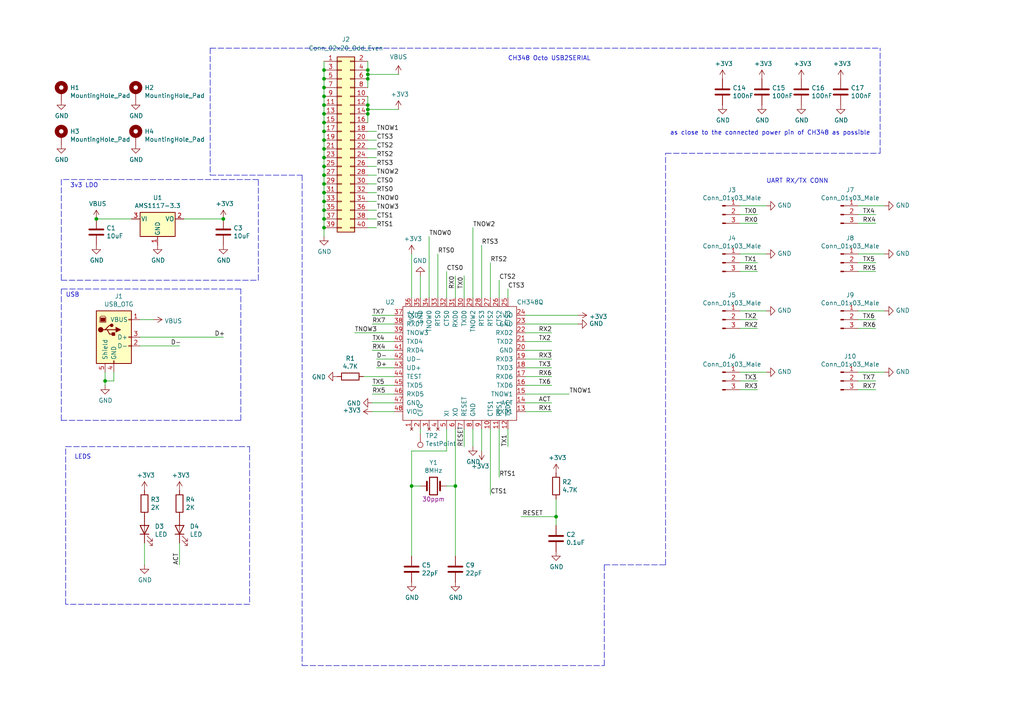
<source format=kicad_sch>
(kicad_sch (version 20211123) (generator eeschema)
  (paper "A4")
  (title_block (title "OctoSerial") (rev "1.1") (company "https://github.com/superna9999/octoserial") (comment 1 "Octo USB2SERIAL on TinyCI Form Factor"))
  (lib_symbols
    (symbol "Connector:Conn_01x03_Male" (pin_names (offset 1.016) hide)
      (property "Reference" "J" (at 0 5.08 0))
      (property "Value" "Conn_01x03_Male" (at 0 -5.08 0))
      (symbol "Conn_01x03_Male_1_1"
        (polyline (pts (xy 1.27 -2.54) (xy 0.8636 -2.54)) (stroke (width 0.1524)))
        (polyline (pts (xy 1.27 0) (xy 0.8636 0)) (stroke (width 0.1524)))
        (polyline (pts (xy 1.27 2.54) (xy 0.8636 2.54)) (stroke (width 0.1524)))
        (rectangle (start 0.8636 -2.413) (end 0 -2.667) (stroke (width 0.1524)) (fill (type outline)))
        (rectangle (start 0.8636 0.127) (end 0 -0.127) (stroke (width 0.1524)) (fill (type outline)))
        (rectangle (start 0.8636 2.667) (end 0 2.413) (stroke (width 0.1524)) (fill (type outline)))
        (pin passive line (at 5.08 2.54 180) (length 3.81) (name "Pin_1") (number "1"))
        (pin passive line (at 5.08 0 180) (length 3.81) (name "Pin_2") (number "2"))
        (pin passive line (at 5.08 -2.54 180) (length 3.81) (name "Pin_3") (number "3"))
      )
    )
    (symbol "Connector:TestPoint" (pin_numbers hide) (pin_names (offset 0.762) hide)
      (property "Reference" "TP" (at 0 6.858 0))
      (property "Value" "TestPoint" (at 0 5.08 0))
      (symbol "TestPoint_0_1"
        (circle (center 0 3.302) (radius 0.762))
      )
      (symbol "TestPoint_1_1"
        (pin passive line (at 0 0 90) (length 2.54) (name "1") (number "1"))
      )
    )
    (symbol "Connector:USB_B" (pin_names (offset 1.016))
      (property "Reference" "J" (at -5.08 11.43 0))
      (property "Value" "USB_B" (at -5.08 8.89 0))
      (symbol "USB_B_0_1"
        (rectangle (start -5.08 -7.62) (end 5.08 7.62) (stroke (width 0.254)) (fill (type background)))
        (circle (center -3.81 2.159) (radius 0.635) (stroke (width 0.254)) (fill (type outline)))
        (rectangle (start -3.81 5.588) (end -2.54 4.572) (fill (type outline)))
        (circle (center -0.635 3.429) (radius 0.381) (stroke (width 0.254)) (fill (type outline)))
        (rectangle (start -0.127 -7.62) (end 0.127 -6.858))
        (polyline (pts (xy -1.905 2.159) (xy 0.635 2.159)) (stroke (width 0.254)))
        (polyline (pts (xy -3.175 2.159) (xy -2.54 2.159) (xy -1.27 3.429) (xy -0.635 3.429)) (stroke (width 0.254)))
        (polyline (pts (xy -2.54 2.159) (xy -1.905 2.159) (xy -1.27 0.889) (xy 0 0.889)) (stroke (width 0.254)))
        (polyline (pts (xy 0.635 2.794) (xy 0.635 1.524) (xy 1.905 2.159) (xy 0.635 2.794)) (stroke (width 0.254)) (fill (type outline)))
        (polyline (pts (xy -4.064 4.318) (xy -2.286 4.318) (xy -2.286 5.715) (xy -2.667 6.096) (xy -3.683 6.096) (xy -4.064 5.715) (xy -4.064 4.318)))
        (rectangle (start 0.254 1.27) (end -0.508 0.508) (stroke (width 0.254)) (fill (type outline)))
        (rectangle (start 5.08 -2.667) (end 4.318 -2.413))
        (rectangle (start 5.08 -0.127) (end 4.318 0.127))
        (rectangle (start 5.08 4.953) (end 4.318 5.207))
      )
      (symbol "USB_B_1_1"
        (pin power_out line (at 7.62 5.08 180) (length 2.54) (name "VBUS") (number "1"))
        (pin bidirectional line (at 7.62 -2.54 180) (length 2.54) (name "D-") (number "2"))
        (pin bidirectional line (at 7.62 0 180) (length 2.54) (name "D+") (number "3"))
        (pin power_out line (at 0 -10.16 90) (length 2.54) (name "GND") (number "4"))
        (pin passive line (at -2.54 -10.16 90) (length 2.54) (name "Shield") (number "5"))
      )
    )
    (symbol "Connector_Generic:Conn_02x20_Odd_Even" (pin_names (offset 1.016) hide)
      (property "Reference" "J" (at 1.27 25.4 0))
      (property "Value" "Conn_02x20_Odd_Even" (at 1.27 -27.94 0))
      (symbol "Conn_02x20_Odd_Even_1_1"
        (rectangle (start -1.27 -25.273) (end 0 -25.527) (stroke (width 0.1524)))
        (rectangle (start -1.27 -22.733) (end 0 -22.987) (stroke (width 0.1524)))
        (rectangle (start -1.27 -20.193) (end 0 -20.447) (stroke (width 0.1524)))
        (rectangle (start -1.27 -17.653) (end 0 -17.907) (stroke (width 0.1524)))
        (rectangle (start -1.27 -15.113) (end 0 -15.367) (stroke (width 0.1524)))
        (rectangle (start -1.27 -12.573) (end 0 -12.827) (stroke (width 0.1524)))
        (rectangle (start -1.27 -10.033) (end 0 -10.287) (stroke (width 0.1524)))
        (rectangle (start -1.27 -7.493) (end 0 -7.747) (stroke (width 0.1524)))
        (rectangle (start -1.27 -4.953) (end 0 -5.207) (stroke (width 0.1524)))
        (rectangle (start -1.27 -2.413) (end 0 -2.667) (stroke (width 0.1524)))
        (rectangle (start -1.27 0.127) (end 0 -0.127) (stroke (width 0.1524)))
        (rectangle (start -1.27 2.667) (end 0 2.413) (stroke (width 0.1524)))
        (rectangle (start -1.27 5.207) (end 0 4.953) (stroke (width 0.1524)))
        (rectangle (start -1.27 7.747) (end 0 7.493) (stroke (width 0.1524)))
        (rectangle (start -1.27 10.287) (end 0 10.033) (stroke (width 0.1524)))
        (rectangle (start -1.27 12.827) (end 0 12.573) (stroke (width 0.1524)))
        (rectangle (start -1.27 15.367) (end 0 15.113) (stroke (width 0.1524)))
        (rectangle (start -1.27 17.907) (end 0 17.653) (stroke (width 0.1524)))
        (rectangle (start -1.27 20.447) (end 0 20.193) (stroke (width 0.1524)))
        (rectangle (start -1.27 22.987) (end 0 22.733) (stroke (width 0.1524)))
        (rectangle (start -1.27 24.13) (end 3.81 -26.67) (stroke (width 0.254)) (fill (type background)))
        (rectangle (start 3.81 -25.273) (end 2.54 -25.527) (stroke (width 0.1524)))
        (rectangle (start 3.81 -22.733) (end 2.54 -22.987) (stroke (width 0.1524)))
        (rectangle (start 3.81 -20.193) (end 2.54 -20.447) (stroke (width 0.1524)))
        (rectangle (start 3.81 -17.653) (end 2.54 -17.907) (stroke (width 0.1524)))
        (rectangle (start 3.81 -15.113) (end 2.54 -15.367) (stroke (width 0.1524)))
        (rectangle (start 3.81 -12.573) (end 2.54 -12.827) (stroke (width 0.1524)))
        (rectangle (start 3.81 -10.033) (end 2.54 -10.287) (stroke (width 0.1524)))
        (rectangle (start 3.81 -7.493) (end 2.54 -7.747) (stroke (width 0.1524)))
        (rectangle (start 3.81 -4.953) (end 2.54 -5.207) (stroke (width 0.1524)))
        (rectangle (start 3.81 -2.413) (end 2.54 -2.667) (stroke (width 0.1524)))
        (rectangle (start 3.81 0.127) (end 2.54 -0.127) (stroke (width 0.1524)))
        (rectangle (start 3.81 2.667) (end 2.54 2.413) (stroke (width 0.1524)))
        (rectangle (start 3.81 5.207) (end 2.54 4.953) (stroke (width 0.1524)))
        (rectangle (start 3.81 7.747) (end 2.54 7.493) (stroke (width 0.1524)))
        (rectangle (start 3.81 10.287) (end 2.54 10.033) (stroke (width 0.1524)))
        (rectangle (start 3.81 12.827) (end 2.54 12.573) (stroke (width 0.1524)))
        (rectangle (start 3.81 15.367) (end 2.54 15.113) (stroke (width 0.1524)))
        (rectangle (start 3.81 17.907) (end 2.54 17.653) (stroke (width 0.1524)))
        (rectangle (start 3.81 20.447) (end 2.54 20.193) (stroke (width 0.1524)))
        (rectangle (start 3.81 22.987) (end 2.54 22.733) (stroke (width 0.1524)))
        (pin passive line (at -5.08 22.86 0) (length 3.81) (name "Pin_1") (number "1"))
        (pin passive line (at 7.62 12.7 180) (length 3.81) (name "Pin_10") (number "10"))
        (pin passive line (at -5.08 10.16 0) (length 3.81) (name "Pin_11") (number "11"))
        (pin passive line (at 7.62 10.16 180) (length 3.81) (name "Pin_12") (number "12"))
        (pin passive line (at -5.08 7.62 0) (length 3.81) (name "Pin_13") (number "13"))
        (pin passive line (at 7.62 7.62 180) (length 3.81) (name "Pin_14") (number "14"))
        (pin passive line (at -5.08 5.08 0) (length 3.81) (name "Pin_15") (number "15"))
        (pin passive line (at 7.62 5.08 180) (length 3.81) (name "Pin_16") (number "16"))
        (pin passive line (at -5.08 2.54 0) (length 3.81) (name "Pin_17") (number "17"))
        (pin passive line (at 7.62 2.54 180) (length 3.81) (name "Pin_18") (number "18"))
        (pin passive line (at -5.08 0 0) (length 3.81) (name "Pin_19") (number "19"))
        (pin passive line (at 7.62 22.86 180) (length 3.81) (name "Pin_2") (number "2"))
        (pin passive line (at 7.62 0 180) (length 3.81) (name "Pin_20") (number "20"))
        (pin passive line (at -5.08 -2.54 0) (length 3.81) (name "Pin_21") (number "21"))
        (pin passive line (at 7.62 -2.54 180) (length 3.81) (name "Pin_22") (number "22"))
        (pin passive line (at -5.08 -5.08 0) (length 3.81) (name "Pin_23") (number "23"))
        (pin passive line (at 7.62 -5.08 180) (length 3.81) (name "Pin_24") (number "24"))
        (pin passive line (at -5.08 -7.62 0) (length 3.81) (name "Pin_25") (number "25"))
        (pin passive line (at 7.62 -7.62 180) (length 3.81) (name "Pin_26") (number "26"))
        (pin passive line (at -5.08 -10.16 0) (length 3.81) (name "Pin_27") (number "27"))
        (pin passive line (at 7.62 -10.16 180) (length 3.81) (name "Pin_28") (number "28"))
        (pin passive line (at -5.08 -12.7 0) (length 3.81) (name "Pin_29") (number "29"))
        (pin passive line (at -5.08 20.32 0) (length 3.81) (name "Pin_3") (number "3"))
        (pin passive line (at 7.62 -12.7 180) (length 3.81) (name "Pin_30") (number "30"))
        (pin passive line (at -5.08 -15.24 0) (length 3.81) (name "Pin_31") (number "31"))
        (pin passive line (at 7.62 -15.24 180) (length 3.81) (name "Pin_32") (number "32"))
        (pin passive line (at -5.08 -17.78 0) (length 3.81) (name "Pin_33") (number "33"))
        (pin passive line (at 7.62 -17.78 180) (length 3.81) (name "Pin_34") (number "34"))
        (pin passive line (at -5.08 -20.32 0) (length 3.81) (name "Pin_35") (number "35"))
        (pin passive line (at 7.62 -20.32 180) (length 3.81) (name "Pin_36") (number "36"))
        (pin passive line (at -5.08 -22.86 0) (length 3.81) (name "Pin_37") (number "37"))
        (pin passive line (at 7.62 -22.86 180) (length 3.81) (name "Pin_38") (number "38"))
        (pin passive line (at -5.08 -25.4 0) (length 3.81) (name "Pin_39") (number "39"))
        (pin passive line (at 7.62 20.32 180) (length 3.81) (name "Pin_4") (number "4"))
        (pin passive line (at 7.62 -25.4 180) (length 3.81) (name "Pin_40") (number "40"))
        (pin passive line (at -5.08 17.78 0) (length 3.81) (name "Pin_5") (number "5"))
        (pin passive line (at 7.62 17.78 180) (length 3.81) (name "Pin_6") (number "6"))
        (pin passive line (at -5.08 15.24 0) (length 3.81) (name "Pin_7") (number "7"))
        (pin passive line (at 7.62 15.24 180) (length 3.81) (name "Pin_8") (number "8"))
        (pin passive line (at -5.08 12.7 0) (length 3.81) (name "Pin_9") (number "9"))
      )
    )
    (symbol "Device:C" (pin_numbers hide) (pin_names (offset 0.254))
      (property "Reference" "C" (at 0.635 2.54 0))
      (property "Value" "C" (at 0.635 -2.54 0))
      (symbol "C_0_1"
        (polyline (pts (xy -2.032 -0.762) (xy 2.032 -0.762)) (stroke (width 0.508)))
        (polyline (pts (xy -2.032 0.762) (xy 2.032 0.762)) (stroke (width 0.508)))
      )
      (symbol "C_1_1"
        (pin passive line (at 0 3.81 270) (length 2.794) (name "~") (number "1"))
        (pin passive line (at 0 -3.81 90) (length 2.794) (name "~") (number "2"))
      )
    )
    (symbol "Device:Crystal" (pin_numbers hide) (pin_names (offset 1.016) hide)
      (property "Reference" "Y" (at 0 3.81 0))
      (property "Value" "Crystal" (at 0 -3.81 0))
      (symbol "Crystal_0_1"
        (rectangle (start -1.143 2.54) (end 1.143 -2.54) (stroke (width 0.3048)))
        (polyline (pts (xy -2.54 0) (xy -1.905 0)))
        (polyline (pts (xy -1.905 -1.27) (xy -1.905 1.27)) (stroke (width 0.508)))
        (polyline (pts (xy 1.905 -1.27) (xy 1.905 1.27)) (stroke (width 0.508)))
        (polyline (pts (xy 2.54 0) (xy 1.905 0)))
      )
      (symbol "Crystal_1_1"
        (pin passive line (at -3.81 0 0) (length 1.27) (name "1") (number "1"))
        (pin passive line (at 3.81 0 180) (length 1.27) (name "2") (number "2"))
      )
    )
    (symbol "Device:LED" (pin_numbers hide) (pin_names (offset 1.016) hide)
      (property "Reference" "D" (at 0 2.54 0))
      (property "Value" "LED" (at 0 -2.54 0))
      (symbol "LED_0_1"
        (polyline (pts (xy -1.27 -1.27) (xy -1.27 1.27)) (stroke (width 0.254)))
        (polyline (pts (xy -1.27 0) (xy 1.27 0)))
        (polyline (pts (xy 1.27 -1.27) (xy 1.27 1.27) (xy -1.27 0) (xy 1.27 -1.27)) (stroke (width 0.254)))
        (polyline (pts (xy -3.048 -0.762) (xy -4.572 -2.286) (xy -3.81 -2.286) (xy -4.572 -2.286) (xy -4.572 -1.524)))
        (polyline (pts (xy -1.778 -0.762) (xy -3.302 -2.286) (xy -2.54 -2.286) (xy -3.302 -2.286) (xy -3.302 -1.524)))
      )
      (symbol "LED_1_1"
        (pin passive line (at -3.81 0 0) (length 2.54) (name "K") (number "1"))
        (pin passive line (at 3.81 0 180) (length 2.54) (name "A") (number "2"))
      )
    )
    (symbol "Device:R" (pin_numbers hide) (pin_names (offset 0))
      (property "Reference" "R" (at 2.032 0 90))
      (property "Value" "R" (at 0 0 90))
      (symbol "R_0_1"
        (rectangle (start -1.016 -2.54) (end 1.016 2.54) (stroke (width 0.254)))
      )
      (symbol "R_1_1"
        (pin passive line (at 0 3.81 270) (length 1.27) (name "~") (number "1"))
        (pin passive line (at 0 -3.81 90) (length 1.27) (name "~") (number "2"))
      )
    )
    (symbol "Interface_USB:CH348Q" (pin_names (offset 1.016))
      (property "Reference" "U" (at -20.32 17.78 0))
      (property "Value" "CH348Q" (at 0 0 0))
      (symbol "CH348Q_0_0"
        (pin no_connect line (at -13.97 -19.05 90) (length 2.54) (name "~") (number "1"))
        (pin input line (at 8.89 -19.05 90) (length 2.54) (name "CTS1") (number "10"))
        (pin output line (at 11.43 -19.05 90) (length 2.54) (name "RTS1") (number "11"))
        (pin output line (at 13.97 -19.05 90) (length 2.54) (name "TXD1") (number "12"))
        (pin bidirectional line (at 19.05 -13.97 180) (length 2.54) (name "RXD1") (number "13"))
        (pin output line (at 19.05 -11.43 180) (length 2.54) (name "ACT") (number "14"))
        (pin output line (at 19.05 -8.89 180) (length 2.54) (name "TNOW1") (number "15"))
        (pin output line (at 19.05 -6.35 180) (length 2.54) (name "TXD6") (number "16"))
        (pin input line (at 19.05 -3.81 180) (length 2.54) (name "RXD6") (number "17"))
        (pin output line (at 19.05 -1.27 180) (length 2.54) (name "TXD3") (number "18"))
        (pin input line (at 19.05 1.27 180) (length 2.54) (name "RXD3") (number "19"))
        (pin input line (at -11.43 -19.05 90) (length 2.54) (name "CFG") (number "2"))
        (pin power_in line (at 19.05 3.81 180) (length 2.54) (name "GND") (number "20"))
        (pin output line (at 19.05 6.35 180) (length 2.54) (name "TXD2") (number "21"))
        (pin input line (at 19.05 8.89 180) (length 2.54) (name "RXD2") (number "22"))
        (pin power_in line (at 19.05 11.43 180) (length 2.54) (name "GND") (number "23"))
        (pin power_in line (at 19.05 13.97 180) (length 2.54) (name "VIO") (number "24"))
        (pin input line (at 13.97 19.05 270) (length 2.54) (name "CTS3") (number "25"))
        (pin input line (at 11.43 19.05 270) (length 2.54) (name "CTS2") (number "26"))
        (pin output line (at 8.89 19.05 270) (length 2.54) (name "RTS2") (number "27"))
        (pin output line (at 6.35 19.05 270) (length 2.54) (name "RTS3") (number "28"))
        (pin output line (at 3.81 19.05 270) (length 2.54) (name "TNOW2") (number "29"))
        (pin no_connect line (at -8.89 -19.05 90) (length 2.54) (name "~") (number "3"))
        (pin output line (at 1.27 19.05 270) (length 2.54) (name "TXD0") (number "30"))
        (pin input line (at -1.27 19.05 270) (length 2.54) (name "RXD0") (number "31"))
        (pin input line (at -3.81 19.05 270) (length 2.54) (name "CTS0") (number "32"))
        (pin output line (at -6.35 19.05 270) (length 2.54) (name "RTS0") (number "33"))
        (pin output line (at -8.89 19.05 270) (length 2.54) (name "TNOW0") (number "34"))
        (pin power_in line (at -11.43 19.05 270) (length 2.54) (name "GND") (number "35"))
        (pin power_in line (at -13.97 19.05 270) (length 2.54) (name "VCC") (number "36"))
        (pin output line (at -19.05 13.97 0) (length 2.54) (name "TXD7") (number "37"))
        (pin input line (at -19.05 11.43 0) (length 2.54) (name "RXD7") (number "38"))
        (pin output line (at -19.05 8.89 0) (length 2.54) (name "TNOW3") (number "39"))
        (pin no_connect line (at -6.35 -19.05 90) (length 2.54) (name "~") (number "4"))
        (pin output line (at -19.05 6.35 0) (length 2.54) (name "TXD4") (number "40"))
        (pin input line (at -19.05 3.81 0) (length 2.54) (name "RXD4") (number "41"))
        (pin bidirectional line (at -19.05 1.27 0) (length 2.54) (name "UD-") (number "42"))
        (pin bidirectional line (at -19.05 -1.27 0) (length 2.54) (name "UD+") (number "43"))
        (pin input line (at -19.05 -3.81 0) (length 2.54) (name "TEST") (number "44"))
        (pin output line (at -19.05 -6.35 0) (length 2.54) (name "TXD5") (number "45"))
        (pin input line (at -19.05 -8.89 0) (length 2.54) (name "RXD5") (number "46"))
        (pin power_in line (at -19.05 -11.43 0) (length 2.54) (name "GND") (number "47"))
        (pin power_in line (at -19.05 -13.97 0) (length 2.54) (name "VIO") (number "48"))
        (pin input line (at -3.81 -19.05 90) (length 2.54) (name "XI") (number "5"))
        (pin output line (at -1.27 -19.05 90) (length 2.54) (name "XO") (number "6"))
        (pin input line (at 1.27 -19.05 90) (length 2.54) (name "RESET") (number "7"))
        (pin power_in line (at 3.81 -19.05 90) (length 2.54) (name "GND") (number "8"))
        (pin power_in line (at 6.35 -19.05 90) (length 2.54) (name "~") (number "9"))
      )
      (symbol "CH348Q_0_1"
        (rectangle (start 16.51 -16.51) (end -16.51 16.51))
      )
    )
    (symbol "Mechanical:MountingHole_Pad" (pin_numbers hide) (pin_names (offset 1.016) hide)
      (property "Reference" "H" (at 0 6.35 0))
      (property "Value" "MountingHole_Pad" (at 0 4.445 0))
      (symbol "MountingHole_Pad_0_1"
        (circle (center 0 1.27) (radius 1.27) (stroke (width 1.27)))
      )
      (symbol "MountingHole_Pad_1_1"
        (pin input line (at 0 -2.54 90) (length 2.54) (name "1") (number "1"))
      )
    )
    (symbol "Regulator_Linear:AMS1117-3.3" (pin_names (offset 0.254))
      (property "Reference" "U" (at -3.81 3.175 0))
      (property "Value" "AMS1117-3.3" (at 0 3.175 0))
      (symbol "AMS1117-3.3_0_1"
        (rectangle (start -5.08 -5.08) (end 5.08 1.905) (stroke (width 0.254)) (fill (type background)))
      )
      (symbol "AMS1117-3.3_1_1"
        (pin power_in line (at 0 -7.62 90) (length 2.54) (name "GND") (number "1"))
        (pin power_out line (at 7.62 0 180) (length 2.54) (name "VO") (number "2"))
        (pin power_in line (at -7.62 0 0) (length 2.54) (name "VI") (number "3"))
      )
    )
    (symbol "power:+3.3V" (power) (pin_names (offset 0))
      (property "Value" "+3.3V" (at 0 3.556 0))
      (symbol "+3.3V_0_1"
        (polyline (pts (xy -0.762 1.27) (xy 0 2.54)))
        (polyline (pts (xy 0 0) (xy 0 2.54)))
        (polyline (pts (xy 0 2.54) (xy 0.762 1.27)))
      )
      (symbol "+3.3V_1_1"
        (pin power_in line (at 0 0 90) (length 0) hide (name "+3V3") (number "1"))
      )
    )
    (symbol "power:GND" (power) (pin_names (offset 0))
      (property "Value" "GND" (at 0 -3.81 0))
      (symbol "GND_0_1"
        (polyline (pts (xy 0 0) (xy 0 -1.27) (xy 1.27 -1.27) (xy 0 -2.54) (xy -1.27 -1.27) (xy 0 -1.27)))
      )
      (symbol "GND_1_1"
        (pin power_in line (at 0 0 270) (length 0) hide (name "GND") (number "1"))
      )
    )
    (symbol "power:VBUS" (power) (pin_names (offset 0))
      (property "Value" "VBUS" (at 0 3.81 0))
      (symbol "VBUS_0_1"
        (polyline (pts (xy -0.762 1.27) (xy 0 2.54)))
        (polyline (pts (xy 0 0) (xy 0 2.54)))
        (polyline (pts (xy 0 2.54) (xy 0.762 1.27)))
      )
      (symbol "VBUS_1_1"
        (pin power_in line (at 0 0 90) (length 0) hide (name "VBUS") (number "1"))
      )
    )
  )
  (junction (at 64.77 63.5))
  (junction (at 93.98 63.5))
  (junction (at 93.98 55.88))
  (junction (at 106.68 21.59))
  (junction (at 93.98 38.1))
  (junction (at 93.98 53.34))
  (junction (at 93.98 48.26))
  (junction (at 93.98 50.8))
  (junction (at 93.98 30.48))
  (junction (at 106.68 30.48))
  (junction (at 93.98 40.64))
  (junction (at 106.68 22.86))
  (junction (at 93.98 35.56))
  (junction (at 27.94 63.5))
  (junction (at 132.08 140.97))
  (junction (at 119.38 140.97))
  (junction (at 93.98 66.04))
  (junction (at 93.98 33.02))
  (junction (at 106.68 20.32))
  (junction (at 161.29 149.86))
  (junction (at 30.48 110.49))
  (junction (at 93.98 43.18))
  (junction (at 93.98 20.32))
  (junction (at 93.98 60.96))
  (junction (at 106.68 31.75))
  (junction (at 106.68 33.02))
  (junction (at 93.98 25.4))
  (junction (at 93.98 58.42))
  (junction (at 93.98 45.72))
  (junction (at 93.98 27.94))
  (junction (at 93.98 22.86))
  (wire (pts (xy 106.68 40.64) (xy 109.22 40.64)))
  (wire (pts (xy 214.63 107.95) (xy 222.25 107.95)))
  (wire (pts (xy 214.63 62.23) (xy 219.71 62.23)))
  (wire (pts (xy 114.3 101.6) (xy 107.95 101.6)))
  (wire (pts (xy 106.68 63.5) (xy 109.22 63.5)))
  (polyline (pts (xy 87.63 50.8) (xy 87.63 193.04)))
  (wire (pts (xy 152.4 109.22) (xy 160.02 109.22)))
  (wire (pts (xy 132.08 86.36) (xy 132.08 80.01)))
  (wire (pts (xy 93.98 55.88) (xy 93.98 58.42)))
  (wire (pts (xy 27.94 63.5) (xy 38.1 63.5)))
  (wire (pts (xy 114.3 91.44) (xy 107.95 91.44)))
  (polyline (pts (xy 193.04 44.45) (xy 255.27 44.45)))
  (wire (pts (xy 93.98 53.34) (xy 93.98 55.88)))
  (polyline (pts (xy 255.27 44.45) (xy 255.27 13.97)))
  (wire (pts (xy 106.68 53.34) (xy 109.22 53.34)))
  (wire (pts (xy 121.92 125.73) (xy 121.92 124.46)))
  (wire (pts (xy 93.98 50.8) (xy 93.98 53.34)))
  (wire (pts (xy 129.54 78.74) (xy 129.54 86.36)))
  (wire (pts (xy 106.68 60.96) (xy 109.22 60.96)))
  (wire (pts (xy 119.38 86.36) (xy 119.38 73.66)))
  (wire (pts (xy 114.3 93.98) (xy 107.95 93.98)))
  (wire (pts (xy 161.29 144.78) (xy 161.29 149.86)))
  (wire (pts (xy 214.63 73.66) (xy 222.25 73.66)))
  (wire (pts (xy 121.92 86.36) (xy 121.92 80.01)))
  (wire (pts (xy 139.7 124.46) (xy 139.7 130.81)))
  (wire (pts (xy 106.68 31.75) (xy 115.57 31.75)))
  (polyline (pts (xy 19.05 129.54) (xy 72.39 129.54)))
  (polyline (pts (xy 193.04 163.83) (xy 193.04 44.45)))
  (wire (pts (xy 152.4 93.98) (xy 167.64 93.98)))
  (polyline (pts (xy 74.93 52.07) (xy 17.78 52.07)))
  (wire (pts (xy 248.92 64.77) (xy 254 64.77)))
  (wire (pts (xy 214.63 92.71) (xy 219.71 92.71)))
  (wire (pts (xy 134.62 124.46) (xy 134.62 129.54)))
  (wire (pts (xy 93.98 45.72) (xy 93.98 48.26)))
  (wire (pts (xy 93.98 60.96) (xy 93.98 63.5)))
  (wire (pts (xy 134.62 86.36) (xy 134.62 80.01)))
  (wire (pts (xy 214.63 59.69) (xy 222.25 59.69)))
  (wire (pts (xy 41.91 157.48) (xy 41.91 163.83)))
  (wire (pts (xy 248.92 78.74) (xy 254 78.74)))
  (polyline (pts (xy 19.05 175.26) (xy 19.05 129.54)))
  (wire (pts (xy 144.78 81.28) (xy 144.78 86.36)))
  (wire (pts (xy 132.08 140.97) (xy 129.54 140.97)))
  (wire (pts (xy 248.92 90.17) (xy 256.54 90.17)))
  (wire (pts (xy 119.38 140.97) (xy 119.38 161.29)))
  (wire (pts (xy 214.63 64.77) (xy 219.71 64.77)))
  (wire (pts (xy 127 73.66) (xy 127 86.36)))
  (wire (pts (xy 248.92 95.25) (xy 254 95.25)))
  (wire (pts (xy 248.92 110.49) (xy 254 110.49)))
  (wire (pts (xy 106.68 48.26) (xy 109.22 48.26)))
  (wire (pts (xy 40.64 92.71) (xy 44.45 92.71)))
  (wire (pts (xy 106.68 20.32) (xy 106.68 21.59)))
  (polyline (pts (xy 175.26 193.04) (xy 175.26 163.83)))
  (wire (pts (xy 30.48 110.49) (xy 30.48 111.76)))
  (wire (pts (xy 106.68 31.75) (xy 106.68 33.02)))
  (wire (pts (xy 129.54 130.81) (xy 119.38 130.81)))
  (wire (pts (xy 114.3 106.68) (xy 109.22 106.68)))
  (wire (pts (xy 121.92 140.97) (xy 119.38 140.97)))
  (wire (pts (xy 106.68 66.04) (xy 109.22 66.04)))
  (polyline (pts (xy 72.39 175.26) (xy 19.05 175.26)))
  (wire (pts (xy 114.3 119.38) (xy 107.95 119.38)))
  (polyline (pts (xy 60.96 50.8) (xy 87.63 50.8)))
  (wire (pts (xy 248.92 113.03) (xy 254 113.03)))
  (wire (pts (xy 129.54 124.46) (xy 129.54 130.81)))
  (wire (pts (xy 93.98 20.32) (xy 93.98 22.86)))
  (polyline (pts (xy 87.63 193.04) (xy 175.26 193.04)))
  (wire (pts (xy 132.08 161.29) (xy 132.08 140.97)))
  (wire (pts (xy 102.87 96.52) (xy 114.3 96.52)))
  (wire (pts (xy 93.98 43.18) (xy 93.98 45.72)))
  (wire (pts (xy 106.68 33.02) (xy 106.68 35.56)))
  (wire (pts (xy 114.3 109.22) (xy 105.41 109.22)))
  (polyline (pts (xy 175.26 163.83) (xy 193.04 163.83)))
  (wire (pts (xy 152.4 91.44) (xy 167.64 91.44)))
  (polyline (pts (xy 60.96 13.97) (xy 60.96 50.8)))
  (wire (pts (xy 142.24 76.2) (xy 142.24 86.36)))
  (polyline (pts (xy 74.93 81.28) (xy 74.93 52.07)))
  (wire (pts (xy 93.98 30.48) (xy 93.98 33.02)))
  (wire (pts (xy 139.7 71.12) (xy 139.7 86.36)))
  (wire (pts (xy 106.68 21.59) (xy 115.57 21.59)))
  (wire (pts (xy 152.4 96.52) (xy 160.02 96.52)))
  (wire (pts (xy 93.98 35.56) (xy 93.98 38.1)))
  (wire (pts (xy 248.92 92.71) (xy 254 92.71)))
  (polyline (pts (xy 17.78 121.92) (xy 69.85 121.92)))
  (wire (pts (xy 93.98 63.5) (xy 93.98 66.04)))
  (wire (pts (xy 33.02 107.95) (xy 33.02 110.49)))
  (polyline (pts (xy 60.96 13.97) (xy 255.27 13.97)))
  (wire (pts (xy 106.68 21.59) (xy 106.68 22.86)))
  (wire (pts (xy 53.34 63.5) (xy 64.77 63.5)))
  (wire (pts (xy 152.4 101.6) (xy 160.02 101.6)))
  (wire (pts (xy 114.3 114.3) (xy 107.95 114.3)))
  (wire (pts (xy 30.48 107.95) (xy 30.48 110.49)))
  (wire (pts (xy 106.68 43.18) (xy 109.22 43.18)))
  (wire (pts (xy 132.08 124.46) (xy 132.08 140.97)))
  (wire (pts (xy 106.68 55.88) (xy 109.22 55.88)))
  (wire (pts (xy 93.98 66.04) (xy 93.98 68.58)))
  (wire (pts (xy 152.4 111.76) (xy 160.02 111.76)))
  (wire (pts (xy 106.68 38.1) (xy 109.22 38.1)))
  (wire (pts (xy 114.3 111.76) (xy 107.95 111.76)))
  (wire (pts (xy 147.32 83.82) (xy 147.32 86.36)))
  (polyline (pts (xy 17.78 121.92) (xy 17.78 83.82)))
  (wire (pts (xy 152.4 106.68) (xy 160.02 106.68)))
  (wire (pts (xy 248.92 73.66) (xy 256.54 73.66)))
  (wire (pts (xy 214.63 113.03) (xy 219.71 113.03)))
  (wire (pts (xy 106.68 22.86) (xy 106.68 25.4)))
  (wire (pts (xy 147.32 124.46) (xy 147.32 129.54)))
  (wire (pts (xy 151.13 149.86) (xy 161.29 149.86)))
  (wire (pts (xy 144.78 138.43) (xy 144.78 124.46)))
  (wire (pts (xy 40.64 100.33) (xy 52.07 100.33)))
  (wire (pts (xy 248.92 107.95) (xy 256.54 107.95)))
  (wire (pts (xy 106.68 45.72) (xy 109.22 45.72)))
  (wire (pts (xy 114.3 104.14) (xy 109.22 104.14)))
  (wire (pts (xy 93.98 40.64) (xy 93.98 43.18)))
  (wire (pts (xy 33.02 110.49) (xy 30.48 110.49)))
  (wire (pts (xy 161.29 149.86) (xy 161.29 152.4)))
  (polyline (pts (xy 17.78 81.28) (xy 74.93 81.28)))
  (wire (pts (xy 93.98 27.94) (xy 93.98 30.48)))
  (wire (pts (xy 93.98 38.1) (xy 93.98 40.64)))
  (wire (pts (xy 93.98 22.86) (xy 93.98 25.4)))
  (wire (pts (xy 165.1 114.3) (xy 152.4 114.3)))
  (wire (pts (xy 214.63 76.2) (xy 219.71 76.2)))
  (wire (pts (xy 124.46 68.58) (xy 124.46 86.36)))
  (wire (pts (xy 152.4 99.06) (xy 160.02 99.06)))
  (polyline (pts (xy 69.85 83.82) (xy 17.78 83.82)))
  (wire (pts (xy 52.07 157.48) (xy 52.07 163.83)))
  (wire (pts (xy 114.3 116.84) (xy 107.95 116.84)))
  (wire (pts (xy 106.68 50.8) (xy 109.22 50.8)))
  (polyline (pts (xy 17.78 52.07) (xy 17.78 81.28)))
  (wire (pts (xy 152.4 119.38) (xy 160.02 119.38)))
  (wire (pts (xy 106.68 17.78) (xy 106.68 20.32)))
  (wire (pts (xy 93.98 33.02) (xy 93.98 35.56)))
  (wire (pts (xy 114.3 99.06) (xy 107.95 99.06)))
  (wire (pts (xy 248.92 76.2) (xy 254 76.2)))
  (wire (pts (xy 152.4 116.84) (xy 160.02 116.84)))
  (wire (pts (xy 40.64 97.79) (xy 64.77 97.79)))
  (wire (pts (xy 93.98 48.26) (xy 93.98 50.8)))
  (wire (pts (xy 214.63 95.25) (xy 219.71 95.25)))
  (wire (pts (xy 137.16 66.04) (xy 137.16 86.36)))
  (wire (pts (xy 214.63 78.74) (xy 219.71 78.74)))
  (polyline (pts (xy 69.85 121.92) (xy 69.85 83.82)))
  (wire (pts (xy 248.92 59.69) (xy 256.54 59.69)))
  (wire (pts (xy 106.68 30.48) (xy 106.68 31.75)))
  (wire (pts (xy 93.98 17.78) (xy 93.98 20.32)))
  (wire (pts (xy 93.98 58.42) (xy 93.98 60.96)))
  (wire (pts (xy 214.63 110.49) (xy 219.71 110.49)))
  (wire (pts (xy 142.24 143.51) (xy 142.24 124.46)))
  (wire (pts (xy 119.38 130.81) (xy 119.38 140.97)))
  (polyline (pts (xy 72.39 129.54) (xy 72.39 175.26)))
  (wire (pts (xy 152.4 104.14) (xy 160.02 104.14)))
  (wire (pts (xy 106.68 58.42) (xy 109.22 58.42)))
  (wire (pts (xy 214.63 90.17) (xy 222.25 90.17)))
  (wire (pts (xy 93.98 25.4) (xy 93.98 27.94)))
  (wire (pts (xy 248.92 62.23) (xy 254 62.23)))
  (wire (pts (xy 106.68 27.94) (xy 106.68 30.48)))
  (wire (pts (xy 137.16 124.46) (xy 137.16 129.54)))
  (text "LEDS" (at 21.59 133.35 0) (effects (font (size 1.27 1.27)) (justify left bottom)))
  (text "UART RX/TX CONN" (at 222.25 53.34 0) (effects (font (size 1.27 1.27)) (justify left bottom)))
  (text "3v3 LDO" (at 20.32 54.61 0) (effects (font (size 1.27 1.27)) (justify left bottom)))
  (text "USB" (at 19.05 86.36 0) (effects (font (size 1.27 1.27)) (justify left bottom)))
  (text "as close to the connected power pin of CH348 as possible" (at 194.31 39.37 0) (effects (font (size 1.27 1.27)) (justify left bottom)))
  (text "CH348 Octo USB2SERIAL" (at 147.32 17.78 0) (effects (font (size 1.27 1.27)) (justify left bottom)))
  (label "RX3" (at 156.21 104.14 0))
  (label "RX5" (at 250.19 78.74 0))
  (label "TX4" (at 250.19 62.23 0))
  (label "RTS2" (at 142.24 76.2 0))
  (label "RX7" (at 107.95 93.98 0))
  (label "D-" (at 49.53 100.33 0))
  (label "CTS3" (at 147.32 83.82 0))
  (label "TNOW0" (at 109.22 58.42 0))
  (label "CTS1" (at 109.22 63.5 0))
  (label "CTS2" (at 109.22 43.18 0))
  (label "RX4" (at 107.95 101.6 0))
  (label "CTS0" (at 109.22 53.34 0))
  (label "TX7" (at 107.95 91.44 0))
  (label "D+" (at 62.23 97.79 0))
  (label "TX4" (at 107.95 99.06 0))
  (label "RX1" (at 215.9 78.74 0))
  (label "TNOW1" (at 109.22 38.1 0))
  (label "TX6" (at 250.19 92.71 0))
  (label "RX3" (at 215.9 113.03 0))
  (label "TNOW3" (at 109.22 60.96 0))
  (label "RX2" (at 215.9 95.25 0))
  (label "RTS3" (at 139.7 71.12 0))
  (label "TNOW2" (at 137.16 66.04 0))
  (label "RX4" (at 250.19 64.77 0))
  (label "TNOW2" (at 109.22 50.8 0))
  (label "TNOW3" (at 102.87 96.52 0))
  (label "RX2" (at 156.21 96.52 0))
  (label "RX0" (at 132.08 83.82 90))
  (label "RTS1" (at 144.78 138.43 0))
  (label "TX3" (at 215.9 110.49 0))
  (label "RTS3" (at 109.22 48.26 0))
  (label "TX1" (at 215.9 76.2 0))
  (label "RX6" (at 250.19 95.25 0))
  (label "RX0" (at 215.9 64.77 0))
  (label "CTS2" (at 144.78 81.28 0))
  (label "TX0" (at 215.9 62.23 0))
  (label "RTS0" (at 127 73.66 0))
  (label "ACT" (at 156.21 116.84 0))
  (label "RESET" (at 134.62 129.54 90))
  (label "RTS0" (at 109.22 55.88 0))
  (label "TX7" (at 250.19 110.49 0))
  (label "TX5" (at 107.95 111.76 0))
  (label "RESET" (at 157.48 149.86 180))
  (label "TX2" (at 215.9 92.71 0))
  (label "RX5" (at 107.95 114.3 0))
  (label "RTS1" (at 109.22 66.04 0))
  (label "TX3" (at 156.21 106.68 0))
  (label "TX6" (at 156.21 111.76 0))
  (label "TX2" (at 156.21 99.06 0))
  (label "TX5" (at 250.19 76.2 0))
  (label "RTS2" (at 109.22 45.72 0))
  (label "RX1" (at 156.21 119.38 0))
  (label "D-" (at 109.22 104.14 0))
  (label "D+" (at 109.22 106.68 0))
  (label "CTS3" (at 109.22 40.64 0))
  (label "TX0" (at 134.62 83.82 90))
  (label "RX6" (at 156.21 109.22 0))
  (label "ACT" (at 52.07 163.83 90))
  (label "RX7" (at 250.19 113.03 0))
  (label "TNOW0" (at 124.46 68.58 0))
  (label "CTS1" (at 142.24 143.51 0))
  (label "TNOW1" (at 165.1 114.3 0))
  (label "CTS0" (at 129.54 78.74 0))
  (label "TX1" (at 147.32 129.54 90))
  (symbol (lib_id "Connector:USB_B") (at 33.02 97.79 0) (unit 1)
    (property "Reference" "J1" (at 34.4678 85.9282 0))
    (property "Value" "USB_OTG" (at 34.4678 88.2396 0))
    (property "Footprint" "Connector_USB:USB_B_Lumberg_2411_02_Horizontal" (effects hide))
    (property "Datasheet" " ~" (effects hide))
    (property "LCSC" "C46392" (effects hide))
  )
  (symbol (lib_id "Connector:Conn_01x03_Male") (at 209.55 62.23 0) (unit 1)
    (property "Reference" "J3" (at 212.2932 55.0926 0))
    (property "Value" "Conn_01x03_Male" (at 212.2932 57.404 0))
    (property "Footprint" "Connector_PinSocket_2.54mm:PinSocket_1x03_P2.54mm_Horizontal" (effects hide))
    (property "LCSC" "C5116482" (effects hide))
  )
  (symbol (lib_id "Connector:Conn_01x03_Male") (at 209.55 76.2 0) (unit 1)
    (property "Reference" "J4" (at 212.2932 69.0626 0))
    (property "Value" "Conn_01x03_Male" (at 212.2932 71.374 0))
    (property "Footprint" "Connector_PinSocket_2.54mm:PinSocket_1x03_P2.54mm_Horizontal" (effects hide))
    (property "LCSC" "C5116482" (effects hide))
  )
  (symbol (lib_id "Connector:Conn_01x03_Male") (at 209.55 92.71 0) (unit 1)
    (property "Reference" "J5" (at 212.2932 85.5726 0))
    (property "Value" "Conn_01x03_Male" (at 212.2932 87.884 0))
    (property "Footprint" "Connector_PinSocket_2.54mm:PinSocket_1x03_P2.54mm_Horizontal" (effects hide))
    (property "LCSC" "C5116482" (effects hide))
  )
  (symbol (lib_id "Connector:Conn_01x03_Male") (at 209.55 110.49 0) (unit 1)
    (property "Reference" "J6" (at 212.2932 103.3526 0))
    (property "Value" "Conn_01x03_Male" (at 212.2932 105.664 0))
    (property "Footprint" "Connector_PinSocket_2.54mm:PinSocket_1x03_P2.54mm_Horizontal" (effects hide))
    (property "LCSC" "C5116482" (effects hide))
  )
  (symbol (lib_id "power:GND") (at 222.25 59.69 90) (unit 1)
    (property "Reference" "#PWR0101" (effects hide))
    (property "Value" "GND" (at 225.5012 59.563 90) (effects (justify right)))
  )
  (symbol (lib_id "power:GND") (at 222.25 73.66 90) (unit 1)
    (property "Reference" "#PWR0102" (effects hide))
    (property "Value" "GND" (at 225.5012 73.533 90) (effects (justify right)))
  )
  (symbol (lib_id "power:GND") (at 222.25 90.17 90) (unit 1)
    (property "Reference" "#PWR0103" (effects hide))
    (property "Value" "GND" (at 225.5012 90.043 90) (effects (justify right)))
  )
  (symbol (lib_id "power:GND") (at 222.25 107.95 90) (unit 1)
    (property "Reference" "#PWR0104" (effects hide))
    (property "Value" "GND" (at 225.5012 107.823 90) (effects (justify right)))
  )
  (symbol (lib_id "power:VBUS") (at 44.45 92.71 270) (unit 1)
    (property "Reference" "#PWR0108" (effects hide))
    (property "Value" "VBUS" (at 47.7012 93.091 90) (effects (justify left)))
  )
  (symbol (lib_id "power:GND") (at 30.48 111.76 0) (unit 1)
    (property "Reference" "#PWR0109" (effects hide))
    (property "Value" "GND" (at 30.607 116.1542 0))
  )
  (symbol (lib_id "Regulator_Linear:AMS1117-3.3") (at 45.72 63.5 0) (unit 1)
    (property "Reference" "U1" (at 45.72 57.3532 0))
    (property "Value" "AMS1117-3.3" (at 45.72 59.6646 0))
    (property "Footprint" "Package_TO_SOT_SMD:SOT-223-3_TabPin2" (effects hide))
    (property "Datasheet" "http://www.advanced-monolithic.com/pdf/ds1117.pdf" (effects hide))
    (property "JLC" "SOT-223-3" (effects hide))
    (property "LCSC" "C173386" (effects hide))
  )
  (symbol (lib_id "Device:C") (at 27.94 67.31 0) (unit 1)
    (property "Reference" "C1" (at 30.861 66.1416 0) (effects (justify left)))
    (property "Value" "10uF" (at 30.861 68.453 0) (effects (justify left)))
    (property "Footprint" "Capacitor_SMD:C_1206_3216Metric_Pad1.33x1.80mm_HandSolder" (effects hide))
    (property "JLC" "1206" (effects hide))
    (property "LCSC" "C13585" (effects hide))
  )
  (symbol (lib_id "Device:C") (at 64.77 67.31 0) (unit 1)
    (property "Reference" "C3" (at 67.691 66.1416 0) (effects (justify left)))
    (property "Value" "10uF" (at 67.691 68.453 0) (effects (justify left)))
    (property "Footprint" "Capacitor_SMD:C_1206_3216Metric_Pad1.33x1.80mm_HandSolder" (effects hide))
    (property "JLC" "1206" (effects hide))
    (property "LCSC" "C13585" (effects hide))
  )
  (symbol (lib_id "power:GND") (at 27.94 71.12 0) (unit 1)
    (property "Reference" "#PWR0110" (effects hide))
    (property "Value" "GND" (at 28.067 75.5142 0))
  )
  (symbol (lib_id "power:GND") (at 45.72 71.12 0) (unit 1)
    (property "Reference" "#PWR0111" (effects hide))
    (property "Value" "GND" (at 45.847 75.5142 0))
  )
  (symbol (lib_id "power:GND") (at 64.77 71.12 0) (unit 1)
    (property "Reference" "#PWR0112" (effects hide))
    (property "Value" "GND" (at 64.897 75.5142 0))
  )
  (symbol (lib_id "power:+3.3V") (at 64.77 63.5 0) (unit 1)
    (property "Reference" "#PWR0113" (effects hide))
    (property "Value" "+3.3V" (at 65.151 59.1058 0))
  )
  (symbol (lib_id "power:VBUS") (at 27.94 63.5 0) (unit 1)
    (property "Reference" "#PWR0114" (effects hide))
    (property "Value" "VBUS" (at 28.321 59.1058 0))
  )
  (symbol (lib_id "Device:Crystal") (at 125.73 140.97 0) (unit 1)
    (property "Reference" "Y1" (at 125.73 134.1628 0))
    (property "Value" "8MHz" (at 125.73 136.4742 0))
    (property "Footprint" "Crystal:Crystal_HC49-4H_Vertical" (effects hide))
    (property "Value2" "30ppm" (at 125.73 144.78 0))
    (property "LCSC" "C21263" (effects hide))
  )
  (symbol (lib_id "Device:C") (at 132.08 165.1 0) (unit 1)
    (property "Reference" "C9" (at 135.001 163.9316 0) (effects (justify left)))
    (property "Value" "22pF" (at 135.001 166.243 0) (effects (justify left)))
    (property "Footprint" "Capacitor_SMD:C_1206_3216Metric_Pad1.33x1.80mm_HandSolder" (effects hide))
    (property "JLC" "1206" (effects hide))
    (property "LCSC" "C5137630" (effects hide))
  )
  (symbol (lib_id "Device:C") (at 119.38 165.1 0) (unit 1)
    (property "Reference" "C5" (at 122.301 163.9316 0) (effects (justify left)))
    (property "Value" "22pF" (at 122.301 166.243 0) (effects (justify left)))
    (property "Footprint" "Capacitor_SMD:C_1206_3216Metric_Pad1.33x1.80mm_HandSolder" (effects hide))
    (property "JLC" "1206" (effects hide))
    (property "LCSC" "C5137630" (effects hide))
  )
  (symbol (lib_id "power:GND") (at 119.38 168.91 0) (unit 1)
    (property "Reference" "#PWR0123" (effects hide))
    (property "Value" "GND" (at 119.507 173.3042 0))
  )
  (symbol (lib_id "power:GND") (at 132.08 168.91 0) (unit 1)
    (property "Reference" "#PWR0124" (effects hide))
    (property "Value" "GND" (at 132.207 173.3042 0))
  )
  (symbol (lib_id "Device:C") (at 209.55 26.67 0) (unit 1)
    (property "Reference" "C14" (at 212.471 25.5016 0) (effects (justify left)))
    (property "Value" "100nF" (at 212.471 27.813 0) (effects (justify left)))
    (property "Footprint" "Capacitor_SMD:C_1206_3216Metric_Pad1.33x1.80mm_HandSolder" (effects hide))
    (property "JLC" "1206" (effects hide))
    (property "LCSC" "C110255" (effects hide))
  )
  (symbol (lib_id "Device:C") (at 220.98 26.67 0) (unit 1)
    (property "Reference" "C15" (at 223.901 25.5016 0) (effects (justify left)))
    (property "Value" "100nF" (at 223.901 27.813 0) (effects (justify left)))
    (property "Footprint" "Capacitor_SMD:C_1206_3216Metric_Pad1.33x1.80mm_HandSolder" (effects hide))
    (property "JLC" "1206" (effects hide))
    (property "LCSC" "C110255" (effects hide))
  )
  (symbol (lib_id "Device:C") (at 232.41 26.67 0) (unit 1)
    (property "Reference" "C16" (at 235.331 25.5016 0) (effects (justify left)))
    (property "Value" "100nF" (at 235.331 27.813 0) (effects (justify left)))
    (property "Footprint" "Capacitor_SMD:C_1206_3216Metric_Pad1.33x1.80mm_HandSolder" (effects hide))
    (property "JLC" "1206" (effects hide))
    (property "LCSC" "C110255" (effects hide))
  )
  (symbol (lib_id "Device:C") (at 243.84 26.67 0) (unit 1)
    (property "Reference" "C17" (at 246.761 25.5016 0) (effects (justify left)))
    (property "Value" "100nF" (at 246.761 27.813 0) (effects (justify left)))
    (property "Footprint" "Capacitor_SMD:C_1206_3216Metric_Pad1.33x1.80mm_HandSolder" (effects hide))
    (property "JLC" "1206" (effects hide))
    (property "LCSC" "C110255" (effects hide))
  )
  (symbol (lib_id "power:GND") (at 209.55 30.48 0) (unit 1)
    (property "Reference" "#PWR0133" (effects hide))
    (property "Value" "GND" (at 209.677 34.8742 0))
  )
  (symbol (lib_id "power:GND") (at 220.98 30.48 0) (unit 1)
    (property "Reference" "#PWR0134" (effects hide))
    (property "Value" "GND" (at 221.107 34.8742 0))
  )
  (symbol (lib_id "power:GND") (at 232.41 30.48 0) (unit 1)
    (property "Reference" "#PWR0135" (effects hide))
    (property "Value" "GND" (at 232.537 34.8742 0))
  )
  (symbol (lib_id "power:GND") (at 243.84 30.48 0) (unit 1)
    (property "Reference" "#PWR0136" (effects hide))
    (property "Value" "GND" (at 243.967 34.8742 0))
  )
  (symbol (lib_id "power:+3.3V") (at 209.55 22.86 0) (unit 1)
    (property "Reference" "#PWR0141" (effects hide))
    (property "Value" "+3.3V" (at 209.931 18.4658 0))
  )
  (symbol (lib_id "power:+3.3V") (at 220.98 22.86 0) (unit 1)
    (property "Reference" "#PWR0142" (effects hide))
    (property "Value" "+3.3V" (at 221.361 18.4658 0))
  )
  (symbol (lib_id "power:+3.3V") (at 232.41 22.86 0) (unit 1)
    (property "Reference" "#PWR0143" (effects hide))
    (property "Value" "+3.3V" (at 232.791 18.4658 0))
  )
  (symbol (lib_id "power:+3.3V") (at 243.84 22.86 0) (unit 1)
    (property "Reference" "#PWR0144" (effects hide))
    (property "Value" "+3.3V" (at 244.221 18.4658 0))
  )
  (symbol (lib_id "Mechanical:MountingHole_Pad") (at 17.78 26.67 0) (unit 1)
    (property "Reference" "H1" (at 20.32 25.4254 0) (effects (justify left)))
    (property "Value" "MountingHole_Pad" (at 20.32 27.7368 0) (effects (justify left)))
    (property "Footprint" "MountingHole:MountingHole_3.2mm_M3_Pad" (effects hide))
  )
  (symbol (lib_id "Mechanical:MountingHole_Pad") (at 39.37 26.67 0) (unit 1)
    (property "Reference" "H2" (at 41.91 25.4254 0) (effects (justify left)))
    (property "Value" "MountingHole_Pad" (at 41.91 27.7368 0) (effects (justify left)))
    (property "Footprint" "MountingHole:MountingHole_3.2mm_M3_Pad" (effects hide))
  )
  (symbol (lib_id "Mechanical:MountingHole_Pad") (at 17.78 39.37 0) (unit 1)
    (property "Reference" "H3" (at 20.32 38.1254 0) (effects (justify left)))
    (property "Value" "MountingHole_Pad" (at 20.32 40.4368 0) (effects (justify left)))
    (property "Footprint" "MountingHole:MountingHole_3.2mm_M3_Pad" (effects hide))
  )
  (symbol (lib_id "Mechanical:MountingHole_Pad") (at 39.37 39.37 0) (unit 1)
    (property "Reference" "H4" (at 41.91 38.1254 0) (effects (justify left)))
    (property "Value" "MountingHole_Pad" (at 41.91 40.4368 0) (effects (justify left)))
    (property "Footprint" "MountingHole:MountingHole_3.2mm_M3_Pad" (effects hide))
  )
  (symbol (lib_id "power:GND") (at 17.78 29.21 0) (unit 1)
    (property "Reference" "#PWR01" (effects hide))
    (property "Value" "GND" (at 17.907 33.6042 0))
  )
  (symbol (lib_id "power:GND") (at 39.37 29.21 0) (unit 1)
    (property "Reference" "#PWR02" (effects hide))
    (property "Value" "GND" (at 39.497 33.6042 0))
  )
  (symbol (lib_id "power:GND") (at 17.78 41.91 0) (unit 1)
    (property "Reference" "#PWR03" (effects hide))
    (property "Value" "GND" (at 17.907 46.3042 0))
  )
  (symbol (lib_id "power:GND") (at 39.37 41.91 0) (unit 1)
    (property "Reference" "#PWR04" (effects hide))
    (property "Value" "GND" (at 39.497 46.3042 0))
  )
  (symbol (lib_id "Connector:Conn_01x03_Male") (at 243.84 62.23 0) (unit 1)
    (property "Reference" "J7" (at 246.5832 55.0926 0))
    (property "Value" "Conn_01x03_Male" (at 246.5832 57.404 0))
    (property "Footprint" "Connector_PinSocket_2.54mm:PinSocket_1x03_P2.54mm_Horizontal" (effects hide))
    (property "LCSC" "C5116482" (effects hide))
  )
  (symbol (lib_id "Connector:Conn_01x03_Male") (at 243.84 76.2 0) (unit 1)
    (property "Reference" "J8" (at 246.5832 69.0626 0))
    (property "Value" "Conn_01x03_Male" (at 246.5832 71.374 0))
    (property "Footprint" "Connector_PinSocket_2.54mm:PinSocket_1x03_P2.54mm_Horizontal" (effects hide))
    (property "LCSC" "C5116482" (effects hide))
  )
  (symbol (lib_id "Connector:Conn_01x03_Male") (at 243.84 92.71 0) (unit 1)
    (property "Reference" "J9" (at 246.5832 85.5726 0))
    (property "Value" "Conn_01x03_Male" (at 246.5832 87.884 0))
    (property "Footprint" "Connector_PinSocket_2.54mm:PinSocket_1x03_P2.54mm_Horizontal" (effects hide))
    (property "LCSC" "C5116482" (effects hide))
  )
  (symbol (lib_id "Connector:Conn_01x03_Male") (at 243.84 110.49 0) (unit 1)
    (property "Reference" "J10" (at 246.5832 103.3526 0))
    (property "Value" "Conn_01x03_Male" (at 246.5832 105.664 0))
    (property "Footprint" "Connector_PinSocket_2.54mm:PinSocket_1x03_P2.54mm_Horizontal" (effects hide))
    (property "LCSC" "C5116482" (effects hide))
  )
  (symbol (lib_id "power:GND") (at 256.54 59.69 90) (unit 1)
    (property "Reference" "#PWR05" (effects hide))
    (property "Value" "GND" (at 259.7912 59.563 90) (effects (justify right)))
  )
  (symbol (lib_id "power:GND") (at 256.54 73.66 90) (unit 1)
    (property "Reference" "#PWR06" (effects hide))
    (property "Value" "GND" (at 259.7912 73.533 90) (effects (justify right)))
  )
  (symbol (lib_id "power:GND") (at 256.54 90.17 90) (unit 1)
    (property "Reference" "#PWR07" (effects hide))
    (property "Value" "GND" (at 259.7912 90.043 90) (effects (justify right)))
  )
  (symbol (lib_id "power:GND") (at 256.54 107.95 90) (unit 1)
    (property "Reference" "#PWR08" (effects hide))
    (property "Value" "GND" (at 259.7912 107.823 90) (effects (justify right)))
  )
  (symbol (lib_id "Interface_USB:CH348Q") (at 133.35 105.41 0) (unit 1)
    (property "Reference" "U2" (at 111.76 87.63 0) (effects (justify left)))
    (property "Value" "CH348Q" (at 149.86 87.63 0) (effects (justify left)))
    (property "Footprint" "Package_QFP:LQFP-48_7x7mm_P0.5mm" (effects hide))
    (property "LCSC" "C2979161" (effects hide))
  )
  (symbol (lib_id "power:GND") (at 137.16 129.54 0) (unit 1)
    (property "Reference" "#PWR014" (effects hide))
    (property "Value" "GND" (at 137.287 133.9342 0))
  )
  (symbol (lib_id "power:GND") (at 167.64 93.98 90) (unit 1)
    (property "Reference" "#PWR016" (effects hide))
    (property "Value" "GND" (at 170.8912 93.853 90) (effects (justify right)))
  )
  (symbol (lib_id "power:GND") (at 121.92 80.01 180) (unit 1)
    (property "Reference" "#PWR013" (effects hide))
    (property "Value" "GND" (at 121.793 75.6158 0))
  )
  (symbol (lib_id "power:GND") (at 107.95 116.84 270) (unit 1)
    (property "Reference" "#PWR010" (effects hide))
    (property "Value" "GND" (at 104.6988 116.967 90) (effects (justify right)))
  )
  (symbol (lib_id "power:+3.3V") (at 167.64 91.44 270) (unit 1)
    (property "Reference" "#PWR015" (effects hide))
    (property "Value" "+3.3V" (at 170.8912 91.821 90) (effects (justify left)))
  )
  (symbol (lib_id "power:+3.3V") (at 119.38 73.66 0) (unit 1)
    (property "Reference" "#PWR012" (effects hide))
    (property "Value" "+3.3V" (at 119.761 69.2658 0))
  )
  (symbol (lib_id "power:+3.3V") (at 107.95 119.38 90) (unit 1)
    (property "Reference" "#PWR011" (effects hide))
    (property "Value" "+3.3V" (at 104.6988 118.999 90) (effects (justify left)))
  )
  (symbol (lib_id "Device:R") (at 161.29 140.97 0) (unit 1)
    (property "Reference" "R2" (at 163.068 139.8016 0) (effects (justify left)))
    (property "Value" "4.7K" (at 163.068 142.113 0) (effects (justify left)))
    (property "Footprint" "Resistor_SMD:R_1206_3216Metric_Pad1.30x1.75mm_HandSolder" (effects hide))
    (property "JLC" "1206" (effects hide))
    (property "LCSC" "C17936" (effects hide))
  )
  (symbol (lib_id "Device:C") (at 161.29 156.21 0) (unit 1)
    (property "Reference" "C2" (at 164.211 155.0416 0) (effects (justify left)))
    (property "Value" "0.1uF" (at 164.211 157.353 0) (effects (justify left)))
    (property "Footprint" "Capacitor_SMD:C_1206_3216Metric_Pad1.33x1.80mm_HandSolder" (effects hide))
    (property "JLC" "1206" (effects hide))
    (property "LCSC" "C110255" (effects hide))
  )
  (symbol (lib_id "power:GND") (at 161.29 160.02 0) (unit 1)
    (property "Reference" "#PWR018" (effects hide))
    (property "Value" "GND" (at 161.417 164.4142 0))
  )
  (symbol (lib_id "power:+3.3V") (at 161.29 137.16 0) (unit 1)
    (property "Reference" "#PWR017" (effects hide))
    (property "Value" "+3.3V" (at 161.671 132.7658 0))
  )
  (symbol (lib_id "Device:R") (at 101.6 109.22 270) (unit 1)
    (property "Reference" "R1" (at 101.6 103.9622 90))
    (property "Value" "4.7K" (at 101.6 106.2736 90))
    (property "Footprint" "Resistor_SMD:R_1206_3216Metric_Pad1.30x1.75mm_HandSolder" (effects hide))
    (property "JLC" "1206" (effects hide))
    (property "LCSC" "C17936" (effects hide))
  )
  (symbol (lib_id "power:GND") (at 97.79 109.22 270) (unit 1)
    (property "Reference" "#PWR09" (effects hide))
    (property "Value" "GND" (at 94.5388 109.347 90) (effects (justify right)))
  )
  (symbol (lib_id "power:+3.3V") (at 139.7 130.81 180) (unit 1)
    (property "Reference" "#PWR0106" (effects hide))
    (property "Value" "+3.3V" (at 139.319 135.2042 0))
  )
  (symbol (lib_id "Device:LED") (at 52.07 153.67 90) (unit 1)
    (property "Reference" "D4" (at 55.0418 152.6794 90) (effects (justify right)))
    (property "Value" "LED" (at 55.0418 154.9908 90) (effects (justify right)))
    (property "Footprint" "LED_SMD:LED_1206_3216Metric_Pad1.42x1.75mm_HandSolder" (effects hide))
    (property "JLC" "1206" (effects hide))
    (property "LCSC" "C434438" (effects hide))
  )
  (symbol (lib_id "Device:LED") (at 41.91 153.67 90) (unit 1)
    (property "Reference" "D3" (at 44.8818 152.6794 90) (effects (justify right)))
    (property "Value" "LED" (at 44.8818 154.9908 90) (effects (justify right)))
    (property "Footprint" "LED_SMD:LED_1206_3216Metric_Pad1.42x1.75mm_HandSolder" (effects hide))
    (property "JLC" "1206" (effects hide))
    (property "LCLSC" "C434438" (effects hide))
  )
  (symbol (lib_id "Device:R") (at 52.07 146.05 0) (unit 1)
    (property "Reference" "R4" (at 53.848 144.8816 0) (effects (justify left)))
    (property "Value" "2K" (at 53.848 147.193 0) (effects (justify left)))
    (property "Footprint" "Resistor_SMD:R_1206_3216Metric_Pad1.30x1.75mm_HandSolder" (effects hide))
    (property "JLC" "1206" (effects hide))
    (property "LCSC" "C17944" (effects hide))
  )
  (symbol (lib_id "Device:R") (at 41.91 146.05 0) (unit 1)
    (property "Reference" "R3" (at 43.688 144.8816 0) (effects (justify left)))
    (property "Value" "2K" (at 43.688 147.193 0) (effects (justify left)))
    (property "Footprint" "Resistor_SMD:R_1206_3216Metric_Pad1.30x1.75mm_HandSolder" (effects hide))
    (property "JLC" "1206" (effects hide))
    (property "LCSC" "C17944" (effects hide))
  )
  (symbol (lib_id "power:+3.3V") (at 52.07 142.24 0) (unit 1)
    (property "Reference" "#PWR021" (effects hide))
    (property "Value" "+3.3V" (at 52.451 137.8458 0))
  )
  (symbol (lib_id "power:+3.3V") (at 41.91 142.24 0) (unit 1)
    (property "Reference" "#PWR019" (effects hide))
    (property "Value" "+3.3V" (at 42.291 137.8458 0))
  )
  (symbol (lib_id "power:GND") (at 41.91 163.83 0) (unit 1)
    (property "Reference" "#PWR020" (effects hide))
    (property "Value" "GND" (at 42.037 168.2242 0))
  )
  (symbol (lib_id "Connector:TestPoint") (at 121.92 125.73 180) (unit 1)
    (property "Reference" "TP2" (at 123.3932 126.3904 0) (effects (justify right)))
    (property "Value" "TestPoint" (at 123.3932 128.7018 0) (effects (justify right)))
    (property "Footprint" "TestPoint:TestPoint_Pad_D1.0mm" (effects hide))
  )
  (symbol (lib_id "power:+3.3V") (at 115.57 31.75 0) (unit 1)
    (property "Reference" "#PWR0107" (effects hide))
    (property "Value" "+3.3V" (at 115.951 27.3558 0))
  )
  (symbol (lib_id "power:VBUS") (at 115.57 21.59 0) (unit 1)
    (property "Reference" "#PWR0115" (effects hide))
    (property "Value" "VBUS" (at 115.57 16.51 0))
  )
  (symbol (lib_id "Connector_Generic:Conn_02x20_Odd_Even") (at 99.06 40.64 0) (unit 1)
    (property "Reference" "J2" (at 100.33 11.43 0))
    (property "Value" "Conn_02x20_Odd_Even" (at 100.33 13.97 0))
    (property "Footprint" "Connector_PinHeader_2.54mm:PinHeader_2x20_P2.54mm_Vertical" (effects hide))
    (property "LCSC" "C124383" (effects hide))
  )
  (symbol (lib_id "power:GND") (at 93.98 68.58 0) (unit 1)
    (property "Reference" "#PWR022" (effects hide))
    (property "Value" "GND" (at 94.107 72.9742 0))
  )
)
</source>
